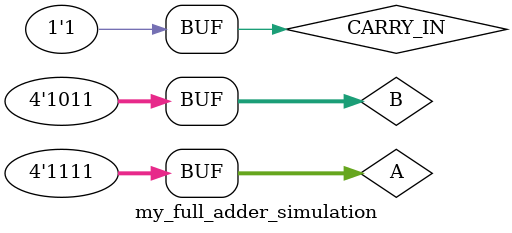
<source format=v>
`timescale 1ns / 1ps


module my_full_adder_simulation(

    );
    
    reg [3:0] A;
    reg [3:0] B;
    reg CARRY_IN;
    
    wire [3:0] S;
    wire CARRY_OUT;
    
    my_2_bit_adder dut(A, B, CARRY_IN, S, CARRY_OUT);
    
    initial begin
    A = 4'b0011; B = 4'b0111; CARRY_IN =1'b1; #10;
    A = 4'b0101; B = 4'b1111; CARRY_IN =1'b1; #10;
    A = 4'b1111; B = 4'b0101; CARRY_IN =1'b1; #10;
    A = 4'b1111; B = 4'b1011; CARRY_IN =1'b1; #10;
    end
    
endmodule

</source>
